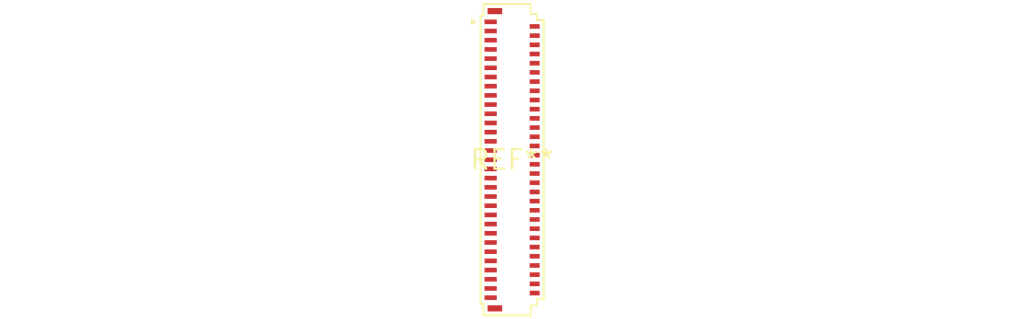
<source format=kicad_pcb>
(kicad_pcb (version 20240108) (generator pcbnew)
  (layers (0 "F.Cu" signal) (31 "B.Cu" signal) (34 "B.Paste" user) (35 "F.Paste" user) (36 "B.SilkS" user "B.Silkscreen") (37 "F.SilkS" user "F.Silkscreen") (38 "B.Mask" user) (39 "F.Mask" user) (44 "Edge.Cuts" user))
  (net 0 "")
  (footprint "Hirose_FH26-61S-0.3SHW_2Rows-61Pins-1MP_P0.60mm_Horizontal" (layer "F.Cu") (at 0 0)
    (property "Reference" "REF**")
    (property "Value" "Hirose_FH26-61S-0.3SHW_2Rows-61Pins-1MP_P0.60mm_Horizontal")
    (fp_line (start -2.622132 -9.15) (end -2.41 -9) (layer "F.SilkS") (stroke (width 0.12)))
    (fp_line (start -2.622132 -8.85) (end -2.622132 -9.15) (layer "F.SilkS") (stroke (width 0.12)))
    (fp_line (start -2.41 -9) (end -2.622132 -8.85) (layer "F.SilkS") (stroke (width 0.12)))
    (fp_line (start -2.06 -9.41) (end -2.06 0) (layer "F.SilkS") (stroke (width 0.12)))
    (fp_line (start -2.06 9.41) (end -2.06 0) (layer "F.SilkS") (stroke (width 0.12)))
    (fp_line (start -1.86 -10.16) (end -1.86 -9.41) (layer "F.SilkS") (stroke (width 0.12)))
    (fp_line (start -1.86 -9.41) (end -2.06 -9.41) (layer "F.SilkS") (stroke (width 0.12)))
    (fp_line (start -1.86 9.41) (end -2.06 9.41) (layer "F.SilkS") (stroke (width 0.12)))
    (fp_line (start -1.86 10.16) (end -1.86 9.41) (layer "F.SilkS") (stroke (width 0.12)))
    (fp_line (start 1.21 -10.16) (end -1.86 -10.16) (layer "F.SilkS") (stroke (width 0.12)))
    (fp_line (start 1.21 -9.51) (end 1.21 -10.16) (layer "F.SilkS") (stroke (width 0.12)))
    (fp_line (start 1.21 9.51) (end 1.21 10.16) (layer "F.SilkS") (stroke (width 0.12)))
    (fp_line (start 1.21 10.16) (end -1.86 10.16) (layer "F.SilkS") (stroke (width 0.12)))
    (fp_line (start 1.61 -9.51) (end 1.21 -9.51) (layer "F.SilkS") (stroke (width 0.12)))
    (fp_line (start 1.61 -9.11) (end 1.61 -9.51) (layer "F.SilkS") (stroke (width 0.12)))
    (fp_line (start 1.61 9.11) (end 1.61 9.51) (layer "F.SilkS") (stroke (width 0.12)))
    (fp_line (start 1.61 9.51) (end 1.21 9.51) (layer "F.SilkS") (stroke (width 0.12)))
    (fp_line (start 2.06 -9.11) (end 1.61 -9.11) (layer "F.SilkS") (stroke (width 0.12)))
    (fp_line (start 2.06 0) (end 2.06 -9.11) (layer "F.SilkS") (stroke (width 0.12)))
    (fp_line (start 2.06 0) (end 2.06 9.11) (layer "F.SilkS") (stroke (width 0.12)))
    (fp_line (start 2.06 9.11) (end 1.61 9.11) (layer "F.SilkS") (stroke (width 0.12)))
    (pad "1" smd rect (at -1.4 -9) (size 0.8 0.3) (layers "F.Cu" "F.Paste" "F.Mask"))
    (pad "2" smd rect (at 1.475 -8.7) (size 0.65 0.3) (layers "F.Cu" "F.Paste" "F.Mask"))
    (pad "3" smd rect (at -1.4 -8.4) (size 0.8 0.3) (layers "F.Cu" "F.Paste" "F.Mask"))
    (pad "4" smd rect (at 1.475 -8.1) (size 0.65 0.3) (layers "F.Cu" "F.Paste" "F.Mask"))
    (pad "5" smd rect (at -1.4 -7.8) (size 0.8 0.3) (layers "F.Cu" "F.Paste" "F.Mask"))
    (pad "6" smd rect (at 1.475 -7.5) (size 0.65 0.3) (layers "F.Cu" "F.Paste" "F.Mask"))
    (pad "7" smd rect (at -1.4 -7.2) (size 0.8 0.3) (layers "F.Cu" "F.Paste" "F.Mask"))
    (pad "8" smd rect (at 1.475 -6.9) (size 0.65 0.3) (layers "F.Cu" "F.Paste" "F.Mask"))
    (pad "9" smd rect (at -1.4 -6.6) (size 0.8 0.3) (layers "F.Cu" "F.Paste" "F.Mask"))
    (pad "10" smd rect (at 1.475 -6.3) (size 0.65 0.3) (layers "F.Cu" "F.Paste" "F.Mask"))
    (pad "11" smd rect (at -1.4 -6) (size 0.8 0.3) (layers "F.Cu" "F.Paste" "F.Mask"))
    (pad "12" smd rect (at 1.475 -5.7) (size 0.65 0.3) (layers "F.Cu" "F.Paste" "F.Mask"))
    (pad "13" smd rect (at -1.4 -5.4) (size 0.8 0.3) (layers "F.Cu" "F.Paste" "F.Mask"))
    (pad "14" smd rect (at 1.475 -5.1) (size 0.65 0.3) (layers "F.Cu" "F.Paste" "F.Mask"))
    (pad "15" smd rect (at -1.4 -4.8) (size 0.8 0.3) (layers "F.Cu" "F.Paste" "F.Mask"))
    (pad "16" smd rect (at 1.475 -4.5) (size 0.65 0.3) (layers "F.Cu" "F.Paste" "F.Mask"))
    (pad "17" smd rect (at -1.4 -4.2) (size 0.8 0.3) (layers "F.Cu" "F.Paste" "F.Mask"))
    (pad "18" smd rect (at 1.475 -3.9) (size 0.65 0.3) (layers "F.Cu" "F.Paste" "F.Mask"))
    (pad "19" smd rect (at -1.4 -3.6) (size 0.8 0.3) (layers "F.Cu" "F.Paste" "F.Mask"))
    (pad "20" smd rect (at 1.475 -3.3) (size 0.65 0.3) (layers "F.Cu" "F.Paste" "F.Mask"))
    (pad "21" smd rect (at -1.4 -3) (size 0.8 0.3) (layers "F.Cu" "F.Paste" "F.Mask"))
    (pad "22" smd rect (at 1.475 -2.7) (size 0.65 0.3) (layers "F.Cu" "F.Paste" "F.Mask"))
    (pad "23" smd rect (at -1.4 -2.4) (size 0.8 0.3) (layers "F.Cu" "F.Paste" "F.Mask"))
    (pad "24" smd rect (at 1.475 -2.1) (size 0.65 0.3) (layers "F.Cu" "F.Paste" "F.Mask"))
    (pad "25" smd rect (at -1.4 -1.8) (size 0.8 0.3) (layers "F.Cu" "F.Paste" "F.Mask"))
    (pad "26" smd rect (at 1.475 -1.5) (size 0.65 0.3) (layers "F.Cu" "F.Paste" "F.Mask"))
    (pad "27" smd rect (at -1.4 -1.2) (size 0.8 0.3) (layers "F.Cu" "F.Paste" "F.Mask"))
    (pad "28" smd rect (at 1.475 -0.9) (size 0.65 0.3) (layers "F.Cu" "F.Paste" "F.Mask"))
    (pad "29" smd rect (at -1.4 -0.6) (size 0.8 0.3) (layers "F.Cu" "F.Paste" "F.Mask"))
    (pad "30" smd rect (at 1.475 -0.3) (size 0.65 0.3) (layers "F.Cu" "F.Paste" "F.Mask"))
    (pad "31" smd rect (at -1.4 0) (size 0.8 0.3) (layers "F.Cu" "F.Paste" "F.Mask"))
    (pad "32" smd rect (at 1.475 0.3) (size 0.65 0.3) (layers "F.Cu" "F.Paste" "F.Mask"))
    (pad "33" smd rect (at -1.4 0.6) (size 0.8 0.3) (layers "F.Cu" "F.Paste" "F.Mask"))
    (pad "34" smd rect (at 1.475 0.9) (size 0.65 0.3) (layers "F.Cu" "F.Paste" "F.Mask"))
    (pad "35" smd rect (at -1.4 1.2) (size 0.8 0.3) (layers "F.Cu" "F.Paste" "F.Mask"))
    (pad "36" smd rect (at 1.475 1.5) (size 0.65 0.3) (layers "F.Cu" "F.Paste" "F.Mask"))
    (pad "37" smd rect (at -1.4 1.8) (size 0.8 0.3) (layers "F.Cu" "F.Paste" "F.Mask"))
    (pad "38" smd rect (at 1.475 2.1) (size 0.65 0.3) (layers "F.Cu" "F.Paste" "F.Mask"))
    (pad "39" smd rect (at -1.4 2.4) (size 0.8 0.3) (layers "F.Cu" "F.Paste" "F.Mask"))
    (pad "40" smd rect (at 1.475 2.7) (size 0.65 0.3) (layers "F.Cu" "F.Paste" "F.Mask"))
    (pad "41" smd rect (at -1.4 3) (size 0.8 0.3) (layers "F.Cu" "F.Paste" "F.Mask"))
    (pad "42" smd rect (at 1.475 3.3) (size 0.65 0.3) (layers "F.Cu" "F.Paste" "F.Mask"))
    (pad "43" smd rect (at -1.4 3.6) (size 0.8 0.3) (layers "F.Cu" "F.Paste" "F.Mask"))
    (pad "44" smd rect (at 1.475 3.9) (size 0.65 0.3) (layers "F.Cu" "F.Paste" "F.Mask"))
    (pad "45" smd rect (at -1.4 4.2) (size 0.8 0.3) (layers "F.Cu" "F.Paste" "F.Mask"))
    (pad "46" smd rect (at 1.475 4.5) (size 0.65 0.3) (layers "F.Cu" "F.Paste" "F.Mask"))
    (pad "47" smd rect (at -1.4 4.8) (size 0.8 0.3) (layers "F.Cu" "F.Paste" "F.Mask"))
    (pad "48" smd rect (at 1.475 5.1) (size 0.65 0.3) (layers "F.Cu" "F.Paste" "F.Mask"))
    (pad "49" smd rect (at -1.4 5.4) (size 0.8 0.3) (layers "F.Cu" "F.Paste" "F.Mask"))
    (pad "50" smd rect (at 1.475 5.7) (size 0.65 0.3) (layers "F.Cu" "F.Paste" "F.Mask"))
    (pad "51" smd rect (at -1.4 6) (size 0.8 0.3) (layers "F.Cu" "F.Paste" "F.Mask"))
    (pad "52" smd rect (at 1.475 6.3) (size 0.65 0.3) (layers "F.Cu" "F.Paste" "F.Mask"))
    (pad "53" smd rect (at -1.4 6.6) (size 0.8 0.3) (layers "F.Cu" "F.Paste" "F.Mask"))
    (pad "54" smd rect (at 1.475 6.9) (size 0.65 0.3) (layers "F.Cu" "F.Paste" "F.Mask"))
    (pad "55" smd rect (at -1.4 7.2) (size 0.8 0.3) (layers "F.Cu" "F.Paste" "F.Mask"))
    (pad "56" smd rect (at 1.475 7.5) (size 0.65 0.3) (layers "F.Cu" "F.Paste" "F.Mask"))
    (pad "57" smd rect (at -1.4 7.8) (size 0.8 0.3) (layers "F.Cu" "F.Paste" "F.Mask"))
    (pad "58" smd rect (at 1.475 8.1) (size 0.65 0.3) (layers "F.Cu" "F.Paste" "F.Mask"))
    (pad "59" smd rect (at -1.4 8.4) (size 0.8 0.3) (layers "F.Cu" "F.Paste" "F.Mask"))
    (pad "60" smd rect (at 1.475 8.7) (size 0.65 0.3) (layers "F.Cu" "F.Paste" "F.Mask"))
    (pad "61" smd rect (at -1.4 9) (size 0.8 0.3) (layers "F.Cu" "F.Paste" "F.Mask"))
    (pad "MP" smd rect (at -1.125 -9.7) (size 0.95 0.4) (layers "F.Cu" "F.Paste" "F.Mask"))
    (pad "MP" smd rect (at -1.125 9.7) (size 0.95 0.4) (layers "F.Cu" "F.Paste" "F.Mask"))
  )
)
</source>
